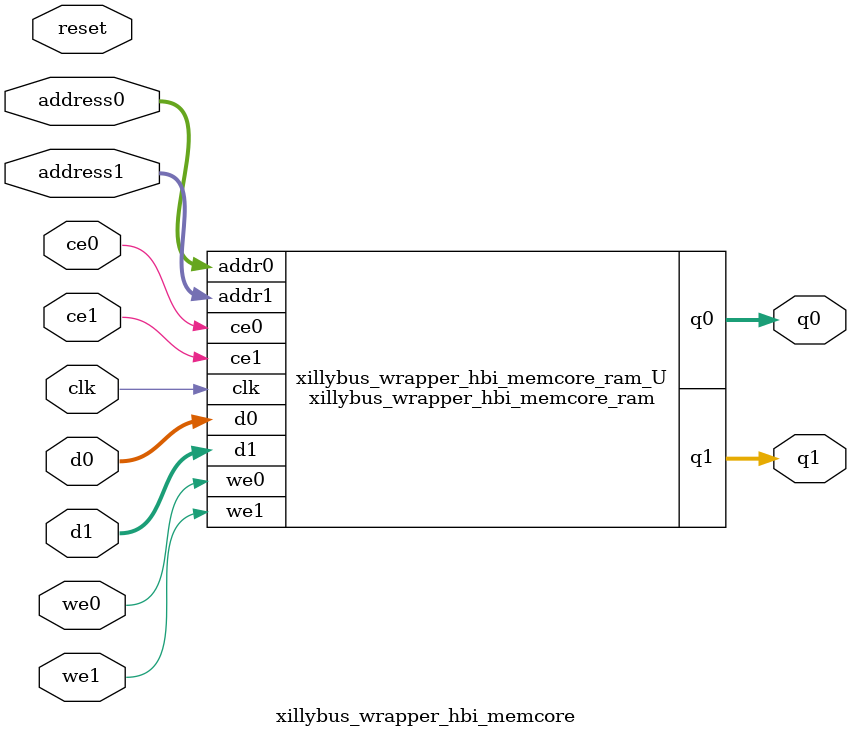
<source format=v>

`timescale 1 ns / 1 ps
module xillybus_wrapper_hbi_memcore_ram (addr0, ce0, d0, we0, q0, addr1, ce1, d1, we1, q1,  clk);

parameter DWIDTH = 8;
parameter AWIDTH = 12;
parameter MEM_SIZE = 4096;

input[AWIDTH-1:0] addr0;
input ce0;
input[DWIDTH-1:0] d0;
input we0;
output reg[DWIDTH-1:0] q0;
input[AWIDTH-1:0] addr1;
input ce1;
input[DWIDTH-1:0] d1;
input we1;
output reg[DWIDTH-1:0] q1;
input clk;

(* ram_style = "block" *)reg [DWIDTH-1:0] ram[0:MEM_SIZE-1];




always @(posedge clk)  
begin 
    if (ce0) 
    begin
        if (we0) 
        begin 
            ram[addr0] <= d0; 
            q0 <= d0;
        end 
        else 
            q0 <= ram[addr0];
    end
end


always @(posedge clk)  
begin 
    if (ce1) 
    begin
        if (we1) 
        begin 
            ram[addr1] <= d1; 
            q1 <= d1;
        end 
        else 
            q1 <= ram[addr1];
    end
end


endmodule


`timescale 1 ns / 1 ps
module xillybus_wrapper_hbi_memcore(
    reset,
    clk,
    address0,
    ce0,
    we0,
    d0,
    q0,
    address1,
    ce1,
    we1,
    d1,
    q1);

parameter DataWidth = 32'd8;
parameter AddressRange = 32'd4096;
parameter AddressWidth = 32'd12;
input reset;
input clk;
input[AddressWidth - 1:0] address0;
input ce0;
input we0;
input[DataWidth - 1:0] d0;
output[DataWidth - 1:0] q0;
input[AddressWidth - 1:0] address1;
input ce1;
input we1;
input[DataWidth - 1:0] d1;
output[DataWidth - 1:0] q1;



xillybus_wrapper_hbi_memcore_ram xillybus_wrapper_hbi_memcore_ram_U(
    .clk( clk ),
    .addr0( address0 ),
    .ce0( ce0 ),
    .d0( d0 ),
    .we0( we0 ),
    .q0( q0 ),
    .addr1( address1 ),
    .ce1( ce1 ),
    .d1( d1 ),
    .we1( we1 ),
    .q1( q1 ));

endmodule


</source>
